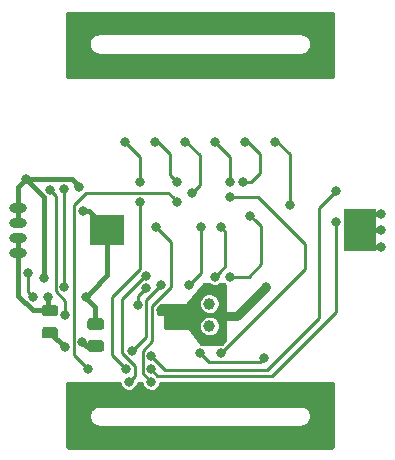
<source format=gbr>
G04 #@! TF.GenerationSoftware,KiCad,Pcbnew,5.99.0-unknown-r17001-43768b71*
G04 #@! TF.CreationDate,2019-11-05T19:13:06+01:00*
G04 #@! TF.ProjectId,ada-watch,6164612d-7761-4746-9368-2e6b69636164,rev?*
G04 #@! TF.SameCoordinates,Original*
G04 #@! TF.FileFunction,Copper,L2,Bot*
G04 #@! TF.FilePolarity,Positive*
%FSLAX46Y46*%
G04 Gerber Fmt 4.6, Leading zero omitted, Abs format (unit mm)*
G04 Created by KiCad (PCBNEW 5.99.0-unknown-r17001-43768b71) date 2019-11-05 19:13:06*
%MOMM*%
%LPD*%
G04 APERTURE LIST*
%ADD10R,3.000000X2.600000*%
%ADD11R,2.800000X3.600000*%
%ADD12C,1.000000*%
%ADD13O,1.500000X0.800000*%
%ADD14C,0.800000*%
%ADD15C,0.400000*%
%ADD16C,0.800000*%
%ADD17C,0.250000*%
%ADD18C,0.254000*%
G04 APERTURE END LIST*
D10*
X141001500Y-104140000D03*
D11*
X162401500Y-104140000D03*
D12*
X149654500Y-110368000D03*
X149654500Y-112268000D03*
D13*
X133465000Y-106045000D03*
X133465000Y-104775000D03*
X133465000Y-103505000D03*
X133465000Y-102235000D03*
G04 #@! TA.AperFunction,SMDPad,CuDef*
G36*
X140567029Y-113483554D02*
G01*
X140646107Y-113536393D01*
X140698946Y-113615471D01*
X140717500Y-113708750D01*
X140717500Y-114196250D01*
X140698946Y-114289529D01*
X140646107Y-114368607D01*
X140567029Y-114421446D01*
X140473750Y-114440000D01*
X139561250Y-114440000D01*
X139467971Y-114421446D01*
X139388893Y-114368607D01*
X139336054Y-114289529D01*
X139317500Y-114196250D01*
X139317500Y-113708750D01*
X139336054Y-113615471D01*
X139388893Y-113536393D01*
X139467971Y-113483554D01*
X139561250Y-113465000D01*
X140473750Y-113465000D01*
X140567029Y-113483554D01*
G37*
G04 #@! TD.AperFunction*
G04 #@! TA.AperFunction,SMDPad,CuDef*
G36*
X140567029Y-111608554D02*
G01*
X140646107Y-111661393D01*
X140698946Y-111740471D01*
X140717500Y-111833750D01*
X140717500Y-112321250D01*
X140698946Y-112414529D01*
X140646107Y-112493607D01*
X140567029Y-112546446D01*
X140473750Y-112565000D01*
X139561250Y-112565000D01*
X139467971Y-112546446D01*
X139388893Y-112493607D01*
X139336054Y-112414529D01*
X139317500Y-112321250D01*
X139317500Y-111833750D01*
X139336054Y-111740471D01*
X139388893Y-111661393D01*
X139467971Y-111608554D01*
X139561250Y-111590000D01*
X140473750Y-111590000D01*
X140567029Y-111608554D01*
G37*
G04 #@! TD.AperFunction*
G04 #@! TA.AperFunction,SMDPad,CuDef*
G36*
X136693529Y-112355554D02*
G01*
X136772607Y-112408393D01*
X136825446Y-112487471D01*
X136844000Y-112580750D01*
X136844000Y-113068250D01*
X136825446Y-113161529D01*
X136772607Y-113240607D01*
X136693529Y-113293446D01*
X136600250Y-113312000D01*
X135687750Y-113312000D01*
X135594471Y-113293446D01*
X135515393Y-113240607D01*
X135462554Y-113161529D01*
X135444000Y-113068250D01*
X135444000Y-112580750D01*
X135462554Y-112487471D01*
X135515393Y-112408393D01*
X135594471Y-112355554D01*
X135687750Y-112337000D01*
X136600250Y-112337000D01*
X136693529Y-112355554D01*
G37*
G04 #@! TD.AperFunction*
G04 #@! TA.AperFunction,SMDPad,CuDef*
G36*
X136693529Y-110480554D02*
G01*
X136772607Y-110533393D01*
X136825446Y-110612471D01*
X136844000Y-110705750D01*
X136844000Y-111193250D01*
X136825446Y-111286529D01*
X136772607Y-111365607D01*
X136693529Y-111418446D01*
X136600250Y-111437000D01*
X135687750Y-111437000D01*
X135594471Y-111418446D01*
X135515393Y-111365607D01*
X135462554Y-111286529D01*
X135444000Y-111193250D01*
X135444000Y-110705750D01*
X135462554Y-110612471D01*
X135515393Y-110533393D01*
X135594471Y-110480554D01*
X135687750Y-110462000D01*
X136600250Y-110462000D01*
X136693529Y-110480554D01*
G37*
G04 #@! TD.AperFunction*
D14*
X139192000Y-109791501D03*
X164211004Y-102743000D03*
X164211000Y-104140000D03*
X164211000Y-105537000D03*
X138901010Y-113639600D03*
X138641240Y-100490440D03*
X137450990Y-111315500D03*
X137363200Y-100685600D03*
X137363200Y-108966000D03*
X146939000Y-101727000D03*
X138938000Y-102552500D03*
X137414000Y-114046000D03*
X135953500Y-109791504D03*
X136150893Y-100729507D03*
X135635282Y-108214488D03*
X146939000Y-100076000D03*
X134302500Y-107759500D03*
X145541682Y-110947200D03*
X151384000Y-108077000D03*
X147574000Y-96647000D03*
X152654000Y-96647000D03*
X152527000Y-100076000D03*
X150114000Y-96647000D03*
X150622000Y-103886004D03*
X150622000Y-111379000D03*
X134112000Y-99822000D03*
X142494000Y-96647000D03*
X156464000Y-101985653D03*
X153093840Y-102928840D03*
X154305000Y-114935000D03*
X155193998Y-96647000D03*
X145034000Y-96647000D03*
X143764000Y-101727000D03*
X144716500Y-116967000D03*
X144716500Y-114808000D03*
X144711523Y-115934565D03*
X142811500Y-116967000D03*
X143101910Y-114390590D03*
X142574558Y-115913877D03*
X139378497Y-115891497D03*
X148844001Y-114554001D03*
X150622000Y-114554000D03*
X160337500Y-103441500D03*
X160337500Y-100838000D03*
X148209000Y-100965000D03*
X150114000Y-108077000D03*
X143564905Y-110472085D03*
X154432000Y-108966000D03*
X134747000Y-109791500D03*
X148971000Y-103886000D03*
X145161000Y-103886000D03*
X151384000Y-101346000D03*
X151384000Y-100076000D03*
X143764000Y-100076000D03*
X145542000Y-108775500D03*
X144267340Y-109024840D03*
X144286469Y-108018650D03*
X147955000Y-108775500D03*
D15*
X134683500Y-110934500D02*
X133465000Y-109716000D01*
X136144000Y-110934500D02*
X134683500Y-110934500D01*
X133465000Y-109716000D02*
X133465000Y-106845000D01*
X133465000Y-106845000D02*
X133465000Y-106045000D01*
X139954000Y-111950500D02*
X139954000Y-110617000D01*
X139192000Y-109855000D02*
X139192000Y-109791501D01*
X140017500Y-112014000D02*
X139954000Y-111950500D01*
X139954000Y-110617000D02*
X139192000Y-109855000D01*
X141001500Y-107982001D02*
X139591999Y-109391502D01*
X141001500Y-104140000D02*
X141001500Y-107982001D01*
X139591999Y-109391502D02*
X139192000Y-109791501D01*
X163576000Y-102743000D02*
X164211004Y-102743000D01*
X162433000Y-103886000D02*
X163576000Y-102743000D01*
X162433000Y-104140000D02*
X162433000Y-103886000D01*
X162401500Y-104140000D02*
X164211000Y-104140000D01*
X163195000Y-105537000D02*
X164211000Y-105537000D01*
X162433000Y-104775000D02*
X163195000Y-105537000D01*
X162433000Y-104140000D02*
X162433000Y-104775000D01*
D16*
X154432000Y-108966000D02*
X152019000Y-111379000D01*
X152019000Y-111379000D02*
X150622000Y-111379000D01*
D17*
X138176000Y-101981000D02*
X139192000Y-100965000D01*
X138176000Y-114689000D02*
X138176000Y-101981000D01*
X146539001Y-101327001D02*
X146939000Y-101727000D01*
X146177000Y-100965000D02*
X146539001Y-101327001D01*
D15*
X140017500Y-113952500D02*
X139213910Y-113952500D01*
D17*
X139192000Y-100965000D02*
X146177000Y-100965000D01*
D15*
X139213910Y-113952500D02*
X138901010Y-113639600D01*
D17*
X139378497Y-115891497D02*
X138176000Y-114689000D01*
D15*
X134112000Y-99822000D02*
X137972800Y-99822000D01*
D17*
X136638198Y-109333198D02*
X137450990Y-110145990D01*
X136150893Y-100729507D02*
X136638198Y-101216812D01*
D15*
X137972800Y-99822000D02*
X138641240Y-100490440D01*
D17*
X137450990Y-110145990D02*
X137450990Y-110749815D01*
X136638198Y-101216812D02*
X136638198Y-109333198D01*
X137450990Y-110749815D02*
X137450990Y-111315500D01*
X137363200Y-108400315D02*
X137363200Y-100685600D01*
X137363200Y-108966000D02*
X137363200Y-108400315D01*
D15*
X138938000Y-102552500D02*
X139414000Y-102552500D01*
X139414000Y-102552500D02*
X141001500Y-104140000D01*
X136192500Y-112824500D02*
X137414000Y-114046000D01*
X136144000Y-112824500D02*
X136192500Y-112824500D01*
X136144000Y-110949500D02*
X135953500Y-110759000D01*
X135953500Y-110759000D02*
X135953500Y-109791504D01*
X135635282Y-101345282D02*
X135635282Y-107648803D01*
X135635282Y-107648803D02*
X135635282Y-108214488D01*
X134112000Y-99822000D02*
X135635282Y-101345282D01*
D17*
X145288000Y-96647000D02*
X145034000Y-96647000D01*
X146304000Y-97663000D02*
X145288000Y-96647000D01*
D15*
X140112500Y-105029000D02*
X141001500Y-104140000D01*
X133465000Y-103505000D02*
X133465000Y-102235000D01*
X133465000Y-106045000D02*
X133465000Y-104775000D01*
X162401500Y-104140000D02*
X162433000Y-104140000D01*
X133465000Y-100469000D02*
X133712001Y-100221999D01*
X133465000Y-102235000D02*
X133465000Y-100469000D01*
X133712001Y-100221999D02*
X134112000Y-99822000D01*
D17*
X153924000Y-97663000D02*
X152908000Y-96647000D01*
X153924000Y-99314000D02*
X153924000Y-97663000D01*
X152908000Y-96647000D02*
X152654000Y-96647000D01*
X152527000Y-100076000D02*
X153162000Y-100076000D01*
X153162000Y-100076000D02*
X153924000Y-99314000D01*
X155384500Y-96647000D02*
X155193998Y-96647000D01*
X156464000Y-101985653D02*
X156464000Y-97726500D01*
X156464000Y-97726500D02*
X155384500Y-96647000D01*
X142811500Y-116967000D02*
X142748004Y-116967000D01*
X142748004Y-116967000D02*
X142748004Y-117014513D01*
X154305000Y-114935000D02*
X153905001Y-115334999D01*
X149244000Y-114954000D02*
X148844001Y-114554001D01*
X153905001Y-115334999D02*
X149624999Y-115334999D01*
X149624999Y-115334999D02*
X149244000Y-114954000D01*
X145235958Y-116459000D02*
X154940000Y-116459000D01*
X144711523Y-115934565D02*
X145235958Y-116459000D01*
X160337500Y-111061500D02*
X160337500Y-104007185D01*
X154940000Y-116459000D02*
X160337500Y-111061500D01*
X160337500Y-104007185D02*
X160337500Y-103441500D01*
X158940500Y-102235000D02*
X159937501Y-101237999D01*
X154559000Y-115951000D02*
X158940500Y-111569500D01*
X158940500Y-111569500D02*
X158940500Y-102235000D01*
X145859500Y-115951000D02*
X154559000Y-115951000D01*
X159937501Y-101237999D02*
X160337500Y-100838000D01*
X144716500Y-114808000D02*
X145859500Y-115951000D01*
X148844000Y-97790000D02*
X148844000Y-100330000D01*
X148844000Y-100330000D02*
X148209000Y-100965000D01*
X147574000Y-96647000D02*
X147701000Y-96647000D01*
X147701000Y-96647000D02*
X148844000Y-97790000D01*
X151003000Y-107188000D02*
X150513999Y-107677001D01*
X150513999Y-107677001D02*
X150114000Y-108077000D01*
X150622000Y-103886004D02*
X151003000Y-104267004D01*
X151003000Y-104267004D02*
X151003000Y-107188000D01*
X153493839Y-103328839D02*
X153093840Y-102928840D01*
X153991667Y-103826667D02*
X153493839Y-103328839D01*
X153991667Y-107056833D02*
X153991667Y-103826667D01*
X151384000Y-108077000D02*
X152971500Y-108077000D01*
X152971500Y-108077000D02*
X153991667Y-107056833D01*
X134302500Y-109347000D02*
X134747000Y-109791500D01*
X134302500Y-107759500D02*
X134302500Y-109347000D01*
X157734000Y-105283000D02*
X153797000Y-101346000D01*
X157734000Y-107442000D02*
X157734000Y-105283000D01*
X150622000Y-114554000D02*
X157734000Y-107442000D01*
X151949685Y-101346000D02*
X151384000Y-101346000D01*
X153797000Y-101346000D02*
X151949685Y-101346000D01*
X151384000Y-99510315D02*
X151384000Y-100076000D01*
X150114000Y-96647000D02*
X151384000Y-97917000D01*
X151384000Y-97917000D02*
X151384000Y-99510315D01*
X146304000Y-99441000D02*
X146304000Y-97663000D01*
X146939000Y-100076000D02*
X146304000Y-99441000D01*
X143764000Y-99510315D02*
X143764000Y-100076000D01*
X142494000Y-96647000D02*
X143764000Y-97917000D01*
X143764000Y-97917000D02*
X143764000Y-99510315D01*
X143101910Y-114390590D02*
X144289907Y-113202593D01*
X141414500Y-109817617D02*
X143764000Y-107468117D01*
X144289907Y-110027593D02*
X145542000Y-108775500D01*
X143764000Y-107468117D02*
X143764000Y-102292685D01*
X142574558Y-115913877D02*
X141414500Y-114753819D01*
X143764000Y-102292685D02*
X143764000Y-101727000D01*
X142811500Y-116967000D02*
X143319500Y-116459000D01*
X141414500Y-114753819D02*
X141414500Y-109817617D01*
X143319500Y-115633500D02*
X142276999Y-114590999D01*
X144289907Y-113202593D02*
X144289907Y-110027593D01*
X142276999Y-114590999D02*
X142276999Y-109942179D01*
X144221921Y-107997257D02*
X144290370Y-107997257D01*
X142276999Y-109942179D02*
X144221921Y-107997257D01*
X143319500Y-116459000D02*
X143319500Y-115633500D01*
X143564905Y-109727275D02*
X144267340Y-109024840D01*
X143564905Y-110472085D02*
X143564905Y-109727275D01*
X143986513Y-116237013D02*
X144716500Y-116967000D01*
X143986513Y-114394987D02*
X143986513Y-116237013D01*
X145161000Y-103886000D02*
X146394001Y-105119001D01*
X146394001Y-105119001D02*
X146394001Y-108953145D01*
X146394001Y-108953145D02*
X144816681Y-110530465D01*
X144816681Y-110530465D02*
X144816681Y-113564819D01*
X144816681Y-113564819D02*
X143986513Y-114394987D01*
X148971000Y-103886000D02*
X148971000Y-107759500D01*
X148971000Y-107759500D02*
X147955000Y-108775500D01*
G36*
X149817233Y-108807849D02*
G01*
X150045251Y-108862801D01*
X150279348Y-108848278D01*
X150498825Y-108765563D01*
X150569295Y-108711000D01*
X150923797Y-108711000D01*
X151004000Y-108758527D01*
X151004000Y-113457824D01*
X150685290Y-113776534D01*
X150566976Y-113767118D01*
X150450714Y-113793000D01*
X149041109Y-113793000D01*
X149022784Y-113785726D01*
X148895506Y-113775597D01*
X147892162Y-112396000D01*
X145922000Y-112396000D01*
X145922000Y-112260268D01*
X148768548Y-112260268D01*
X148790532Y-112464289D01*
X148858861Y-112657780D01*
X148969869Y-112830362D01*
X149117603Y-112972777D01*
X149294137Y-113077388D01*
X149490003Y-113138581D01*
X149694690Y-113153074D01*
X149897224Y-113120089D01*
X150086737Y-113041396D01*
X150253063Y-112921217D01*
X150387281Y-112765997D01*
X150482192Y-112584064D01*
X150532826Y-112384691D01*
X150534729Y-112166656D01*
X150487582Y-111966429D01*
X150395861Y-111782867D01*
X150264372Y-111625329D01*
X150100169Y-111502265D01*
X149912057Y-111420277D01*
X149710131Y-111383763D01*
X149505221Y-111394681D01*
X149308317Y-111452446D01*
X149129985Y-111553959D01*
X148979788Y-111693775D01*
X148865784Y-111864394D01*
X148794089Y-112056663D01*
X148768548Y-112260268D01*
X145922000Y-112260268D01*
X145922000Y-111253000D01*
X145321681Y-111253000D01*
X145321681Y-110739641D01*
X145572322Y-110489000D01*
X147762240Y-110489000D01*
X147863386Y-110360268D01*
X148768548Y-110360268D01*
X148790532Y-110564289D01*
X148858861Y-110757780D01*
X148969869Y-110930362D01*
X149117603Y-111072777D01*
X149294137Y-111177388D01*
X149490003Y-111238581D01*
X149694690Y-111253074D01*
X149897224Y-111220089D01*
X150086737Y-111141396D01*
X150253063Y-111021217D01*
X150387281Y-110865997D01*
X150482192Y-110684064D01*
X150532826Y-110484691D01*
X150534729Y-110266656D01*
X150487582Y-110066429D01*
X150395861Y-109882867D01*
X150264372Y-109725329D01*
X150100169Y-109602265D01*
X149912057Y-109520277D01*
X149710131Y-109483763D01*
X149505221Y-109494681D01*
X149308317Y-109552446D01*
X149129985Y-109653959D01*
X148979788Y-109793775D01*
X148865784Y-109964394D01*
X148794089Y-110156663D01*
X148768548Y-110360268D01*
X147863386Y-110360268D01*
X149159241Y-108711000D01*
X149653797Y-108711000D01*
X149817233Y-108807849D01*
G37*
D18*
X149817233Y-108807849D02*
X150045251Y-108862801D01*
X150279348Y-108848278D01*
X150498825Y-108765563D01*
X150569295Y-108711000D01*
X150923797Y-108711000D01*
X151004000Y-108758527D01*
X151004000Y-113457824D01*
X150685290Y-113776534D01*
X150566976Y-113767118D01*
X150450714Y-113793000D01*
X149041109Y-113793000D01*
X149022784Y-113785726D01*
X148895506Y-113775597D01*
X147892162Y-112396000D01*
X145922000Y-112396000D01*
X145922000Y-112260268D01*
X148768548Y-112260268D01*
X148790532Y-112464289D01*
X148858861Y-112657780D01*
X148969869Y-112830362D01*
X149117603Y-112972777D01*
X149294137Y-113077388D01*
X149490003Y-113138581D01*
X149694690Y-113153074D01*
X149897224Y-113120089D01*
X150086737Y-113041396D01*
X150253063Y-112921217D01*
X150387281Y-112765997D01*
X150482192Y-112584064D01*
X150532826Y-112384691D01*
X150534729Y-112166656D01*
X150487582Y-111966429D01*
X150395861Y-111782867D01*
X150264372Y-111625329D01*
X150100169Y-111502265D01*
X149912057Y-111420277D01*
X149710131Y-111383763D01*
X149505221Y-111394681D01*
X149308317Y-111452446D01*
X149129985Y-111553959D01*
X148979788Y-111693775D01*
X148865784Y-111864394D01*
X148794089Y-112056663D01*
X148768548Y-112260268D01*
X145922000Y-112260268D01*
X145922000Y-111253000D01*
X145321681Y-111253000D01*
X145321681Y-110739641D01*
X145572322Y-110489000D01*
X147762240Y-110489000D01*
X147863386Y-110360268D01*
X148768548Y-110360268D01*
X148790532Y-110564289D01*
X148858861Y-110757780D01*
X148969869Y-110930362D01*
X149117603Y-111072777D01*
X149294137Y-111177388D01*
X149490003Y-111238581D01*
X149694690Y-111253074D01*
X149897224Y-111220089D01*
X150086737Y-111141396D01*
X150253063Y-111021217D01*
X150387281Y-110865997D01*
X150482192Y-110684064D01*
X150532826Y-110484691D01*
X150534729Y-110266656D01*
X150487582Y-110066429D01*
X150395861Y-109882867D01*
X150264372Y-109725329D01*
X150100169Y-109602265D01*
X149912057Y-109520277D01*
X149710131Y-109483763D01*
X149505221Y-109494681D01*
X149308317Y-109552446D01*
X149129985Y-109653959D01*
X148979788Y-109793775D01*
X148865784Y-109964394D01*
X148794089Y-110156663D01*
X148768548Y-110360268D01*
X147863386Y-110360268D01*
X149159241Y-108711000D01*
X149653797Y-108711000D01*
X149817233Y-108807849D01*
G36*
X142055572Y-117192352D02*
G01*
X142155252Y-117404663D01*
X142312953Y-117578278D01*
X142514733Y-117697849D01*
X142742751Y-117752801D01*
X142976848Y-117738278D01*
X143196325Y-117655563D01*
X143381779Y-117511971D01*
X143516812Y-117320193D01*
X143589642Y-117096708D01*
X143589896Y-117067600D01*
X143942928Y-117067600D01*
X143960572Y-117192352D01*
X144060252Y-117404663D01*
X144217953Y-117578278D01*
X144419733Y-117697849D01*
X144647751Y-117752801D01*
X144881848Y-117738278D01*
X145101325Y-117655563D01*
X145286779Y-117511971D01*
X145421812Y-117320193D01*
X145494642Y-117096708D01*
X145494896Y-117067600D01*
X160131998Y-117067600D01*
X160132001Y-122365826D01*
X160118310Y-122461424D01*
X160104334Y-122492164D01*
X160082291Y-122517747D01*
X160053955Y-122536113D01*
X160008854Y-122549601D01*
X159963093Y-122553002D01*
X159952283Y-122556000D01*
X137746168Y-122556000D01*
X137650576Y-122542310D01*
X137619836Y-122528334D01*
X137594253Y-122506291D01*
X137575887Y-122477955D01*
X137562399Y-122432854D01*
X137558998Y-122387094D01*
X137555999Y-122376281D01*
X137555999Y-119808999D01*
X139446656Y-119808999D01*
X139447687Y-119977848D01*
X139456202Y-120019333D01*
X139460189Y-120061504D01*
X139508569Y-120223276D01*
X139528390Y-120260712D01*
X139544049Y-120300060D01*
X139635889Y-120441753D01*
X139665425Y-120472125D01*
X139691492Y-120505490D01*
X139819408Y-120615711D01*
X139856274Y-120636569D01*
X139890667Y-120661282D01*
X140044377Y-120731170D01*
X140085617Y-120740843D01*
X140125561Y-120754909D01*
X140292708Y-120778847D01*
X140345282Y-120776000D01*
X157316750Y-120776000D01*
X157342948Y-120781045D01*
X157373974Y-120780855D01*
X157389914Y-120777582D01*
X157406169Y-120778264D01*
X157573014Y-120752287D01*
X157612790Y-120737731D01*
X157653903Y-120727556D01*
X157806749Y-120655795D01*
X157840835Y-120630664D01*
X157877444Y-120609357D01*
X158004005Y-120497581D01*
X158029670Y-120463891D01*
X158058823Y-120433170D01*
X158148926Y-120290367D01*
X158164108Y-120250821D01*
X158183465Y-120213154D01*
X158229865Y-120050803D01*
X158233336Y-120008592D01*
X158241344Y-119967001D01*
X158240313Y-119798151D01*
X158231797Y-119756669D01*
X158227811Y-119714499D01*
X158179431Y-119552724D01*
X158159613Y-119515294D01*
X158143952Y-119475940D01*
X158052110Y-119334248D01*
X158022587Y-119303888D01*
X157996509Y-119270510D01*
X157868591Y-119160289D01*
X157831727Y-119139432D01*
X157797334Y-119114718D01*
X157643621Y-119044830D01*
X157602390Y-119035160D01*
X157562440Y-119021091D01*
X157395292Y-118997153D01*
X157342718Y-119000000D01*
X140371250Y-119000000D01*
X140345052Y-118994955D01*
X140314026Y-118995145D01*
X140298086Y-118998418D01*
X140281831Y-118997736D01*
X140114986Y-119023713D01*
X140075214Y-119038268D01*
X140034097Y-119048443D01*
X139881252Y-119120205D01*
X139847167Y-119145335D01*
X139810555Y-119166643D01*
X139683995Y-119278418D01*
X139658326Y-119312112D01*
X139629178Y-119342829D01*
X139539073Y-119485633D01*
X139523895Y-119525175D01*
X139504535Y-119562845D01*
X139458135Y-119725197D01*
X139454664Y-119767408D01*
X139446656Y-119808999D01*
X137555999Y-119808999D01*
X137556001Y-117075515D01*
X137557357Y-117067600D01*
X142037928Y-117067600D01*
X142055572Y-117192352D01*
G37*
X142055572Y-117192352D02*
X142155252Y-117404663D01*
X142312953Y-117578278D01*
X142514733Y-117697849D01*
X142742751Y-117752801D01*
X142976848Y-117738278D01*
X143196325Y-117655563D01*
X143381779Y-117511971D01*
X143516812Y-117320193D01*
X143589642Y-117096708D01*
X143589896Y-117067600D01*
X143942928Y-117067600D01*
X143960572Y-117192352D01*
X144060252Y-117404663D01*
X144217953Y-117578278D01*
X144419733Y-117697849D01*
X144647751Y-117752801D01*
X144881848Y-117738278D01*
X145101325Y-117655563D01*
X145286779Y-117511971D01*
X145421812Y-117320193D01*
X145494642Y-117096708D01*
X145494896Y-117067600D01*
X160131998Y-117067600D01*
X160132001Y-122365826D01*
X160118310Y-122461424D01*
X160104334Y-122492164D01*
X160082291Y-122517747D01*
X160053955Y-122536113D01*
X160008854Y-122549601D01*
X159963093Y-122553002D01*
X159952283Y-122556000D01*
X137746168Y-122556000D01*
X137650576Y-122542310D01*
X137619836Y-122528334D01*
X137594253Y-122506291D01*
X137575887Y-122477955D01*
X137562399Y-122432854D01*
X137558998Y-122387094D01*
X137555999Y-122376281D01*
X137555999Y-119808999D01*
X139446656Y-119808999D01*
X139447687Y-119977848D01*
X139456202Y-120019333D01*
X139460189Y-120061504D01*
X139508569Y-120223276D01*
X139528390Y-120260712D01*
X139544049Y-120300060D01*
X139635889Y-120441753D01*
X139665425Y-120472125D01*
X139691492Y-120505490D01*
X139819408Y-120615711D01*
X139856274Y-120636569D01*
X139890667Y-120661282D01*
X140044377Y-120731170D01*
X140085617Y-120740843D01*
X140125561Y-120754909D01*
X140292708Y-120778847D01*
X140345282Y-120776000D01*
X157316750Y-120776000D01*
X157342948Y-120781045D01*
X157373974Y-120780855D01*
X157389914Y-120777582D01*
X157406169Y-120778264D01*
X157573014Y-120752287D01*
X157612790Y-120737731D01*
X157653903Y-120727556D01*
X157806749Y-120655795D01*
X157840835Y-120630664D01*
X157877444Y-120609357D01*
X158004005Y-120497581D01*
X158029670Y-120463891D01*
X158058823Y-120433170D01*
X158148926Y-120290367D01*
X158164108Y-120250821D01*
X158183465Y-120213154D01*
X158229865Y-120050803D01*
X158233336Y-120008592D01*
X158241344Y-119967001D01*
X158240313Y-119798151D01*
X158231797Y-119756669D01*
X158227811Y-119714499D01*
X158179431Y-119552724D01*
X158159613Y-119515294D01*
X158143952Y-119475940D01*
X158052110Y-119334248D01*
X158022587Y-119303888D01*
X157996509Y-119270510D01*
X157868591Y-119160289D01*
X157831727Y-119139432D01*
X157797334Y-119114718D01*
X157643621Y-119044830D01*
X157602390Y-119035160D01*
X157562440Y-119021091D01*
X157395292Y-118997153D01*
X157342718Y-119000000D01*
X140371250Y-119000000D01*
X140345052Y-118994955D01*
X140314026Y-118995145D01*
X140298086Y-118998418D01*
X140281831Y-118997736D01*
X140114986Y-119023713D01*
X140075214Y-119038268D01*
X140034097Y-119048443D01*
X139881252Y-119120205D01*
X139847167Y-119145335D01*
X139810555Y-119166643D01*
X139683995Y-119278418D01*
X139658326Y-119312112D01*
X139629178Y-119342829D01*
X139539073Y-119485633D01*
X139523895Y-119525175D01*
X139504535Y-119562845D01*
X139458135Y-119725197D01*
X139454664Y-119767408D01*
X139446656Y-119808999D01*
X137555999Y-119808999D01*
X137556001Y-117075515D01*
X137557357Y-117067600D01*
X142037928Y-117067600D01*
X142055572Y-117192352D01*
G36*
X160037425Y-85737690D02*
G01*
X160068166Y-85751667D01*
X160093746Y-85773708D01*
X160112113Y-85802045D01*
X160125601Y-85847146D01*
X160129002Y-85892906D01*
X160132001Y-85903719D01*
X160131999Y-91212400D01*
X137556874Y-91212400D01*
X137556001Y-91206887D01*
X137556000Y-88374918D01*
X139427183Y-88374918D01*
X139439418Y-88541519D01*
X139450079Y-88580093D01*
X139456030Y-88619674D01*
X139512616Y-88776848D01*
X139533261Y-88811140D01*
X139549635Y-88847659D01*
X139646404Y-88983827D01*
X139675509Y-89011302D01*
X139701103Y-89042077D01*
X139830926Y-89147204D01*
X139866347Y-89165840D01*
X139899273Y-89188597D01*
X140052584Y-89254940D01*
X140091716Y-89263365D01*
X140129543Y-89276427D01*
X140295047Y-89299098D01*
X140346452Y-89296000D01*
X157329591Y-89296000D01*
X157368817Y-89300852D01*
X157470119Y-89293413D01*
X157497124Y-89285948D01*
X157525035Y-89283532D01*
X157685452Y-89236926D01*
X157720971Y-89218475D01*
X157758448Y-89204426D01*
X157900422Y-89116398D01*
X157929669Y-89089077D01*
X157961989Y-89065465D01*
X158075063Y-88942500D01*
X158095887Y-88908316D01*
X158120664Y-88876886D01*
X158196503Y-88728044D01*
X158207364Y-88689530D01*
X158222781Y-88652586D01*
X158255800Y-88488830D01*
X158255905Y-88448795D01*
X158260817Y-88409082D01*
X158248582Y-88242481D01*
X158237921Y-88203907D01*
X158231970Y-88164326D01*
X158175385Y-88007153D01*
X158154742Y-87972864D01*
X158138365Y-87936339D01*
X158041596Y-87800173D01*
X158012491Y-87772698D01*
X157986897Y-87741923D01*
X157857074Y-87636796D01*
X157821649Y-87618158D01*
X157788728Y-87595404D01*
X157635417Y-87529061D01*
X157596288Y-87520636D01*
X157558455Y-87507573D01*
X157392953Y-87484902D01*
X157341548Y-87488000D01*
X140358409Y-87488000D01*
X140319183Y-87483148D01*
X140217883Y-87490587D01*
X140190874Y-87498051D01*
X140162962Y-87500469D01*
X140002548Y-87547074D01*
X139967029Y-87565525D01*
X139929552Y-87579574D01*
X139787578Y-87667602D01*
X139758332Y-87694922D01*
X139726010Y-87718535D01*
X139612939Y-87841500D01*
X139592112Y-87875686D01*
X139567336Y-87907114D01*
X139491498Y-88055956D01*
X139480634Y-88094474D01*
X139465219Y-88131415D01*
X139432200Y-88295170D01*
X139432095Y-88335205D01*
X139427183Y-88374918D01*
X137556000Y-88374918D01*
X137555999Y-85914174D01*
X137569690Y-85818575D01*
X137583667Y-85787834D01*
X137605708Y-85762254D01*
X137634045Y-85743887D01*
X137679146Y-85730399D01*
X137724907Y-85726998D01*
X137735717Y-85724000D01*
X159941832Y-85724000D01*
X160037425Y-85737690D01*
G37*
X160037425Y-85737690D02*
X160068166Y-85751667D01*
X160093746Y-85773708D01*
X160112113Y-85802045D01*
X160125601Y-85847146D01*
X160129002Y-85892906D01*
X160132001Y-85903719D01*
X160131999Y-91212400D01*
X137556874Y-91212400D01*
X137556001Y-91206887D01*
X137556000Y-88374918D01*
X139427183Y-88374918D01*
X139439418Y-88541519D01*
X139450079Y-88580093D01*
X139456030Y-88619674D01*
X139512616Y-88776848D01*
X139533261Y-88811140D01*
X139549635Y-88847659D01*
X139646404Y-88983827D01*
X139675509Y-89011302D01*
X139701103Y-89042077D01*
X139830926Y-89147204D01*
X139866347Y-89165840D01*
X139899273Y-89188597D01*
X140052584Y-89254940D01*
X140091716Y-89263365D01*
X140129543Y-89276427D01*
X140295047Y-89299098D01*
X140346452Y-89296000D01*
X157329591Y-89296000D01*
X157368817Y-89300852D01*
X157470119Y-89293413D01*
X157497124Y-89285948D01*
X157525035Y-89283532D01*
X157685452Y-89236926D01*
X157720971Y-89218475D01*
X157758448Y-89204426D01*
X157900422Y-89116398D01*
X157929669Y-89089077D01*
X157961989Y-89065465D01*
X158075063Y-88942500D01*
X158095887Y-88908316D01*
X158120664Y-88876886D01*
X158196503Y-88728044D01*
X158207364Y-88689530D01*
X158222781Y-88652586D01*
X158255800Y-88488830D01*
X158255905Y-88448795D01*
X158260817Y-88409082D01*
X158248582Y-88242481D01*
X158237921Y-88203907D01*
X158231970Y-88164326D01*
X158175385Y-88007153D01*
X158154742Y-87972864D01*
X158138365Y-87936339D01*
X158041596Y-87800173D01*
X158012491Y-87772698D01*
X157986897Y-87741923D01*
X157857074Y-87636796D01*
X157821649Y-87618158D01*
X157788728Y-87595404D01*
X157635417Y-87529061D01*
X157596288Y-87520636D01*
X157558455Y-87507573D01*
X157392953Y-87484902D01*
X157341548Y-87488000D01*
X140358409Y-87488000D01*
X140319183Y-87483148D01*
X140217883Y-87490587D01*
X140190874Y-87498051D01*
X140162962Y-87500469D01*
X140002548Y-87547074D01*
X139967029Y-87565525D01*
X139929552Y-87579574D01*
X139787578Y-87667602D01*
X139758332Y-87694922D01*
X139726010Y-87718535D01*
X139612939Y-87841500D01*
X139592112Y-87875686D01*
X139567336Y-87907114D01*
X139491498Y-88055956D01*
X139480634Y-88094474D01*
X139465219Y-88131415D01*
X139432200Y-88295170D01*
X139432095Y-88335205D01*
X139427183Y-88374918D01*
X137556000Y-88374918D01*
X137555999Y-85914174D01*
X137569690Y-85818575D01*
X137583667Y-85787834D01*
X137605708Y-85762254D01*
X137634045Y-85743887D01*
X137679146Y-85730399D01*
X137724907Y-85726998D01*
X137735717Y-85724000D01*
X159941832Y-85724000D01*
X160037425Y-85737690D01*
M02*

</source>
